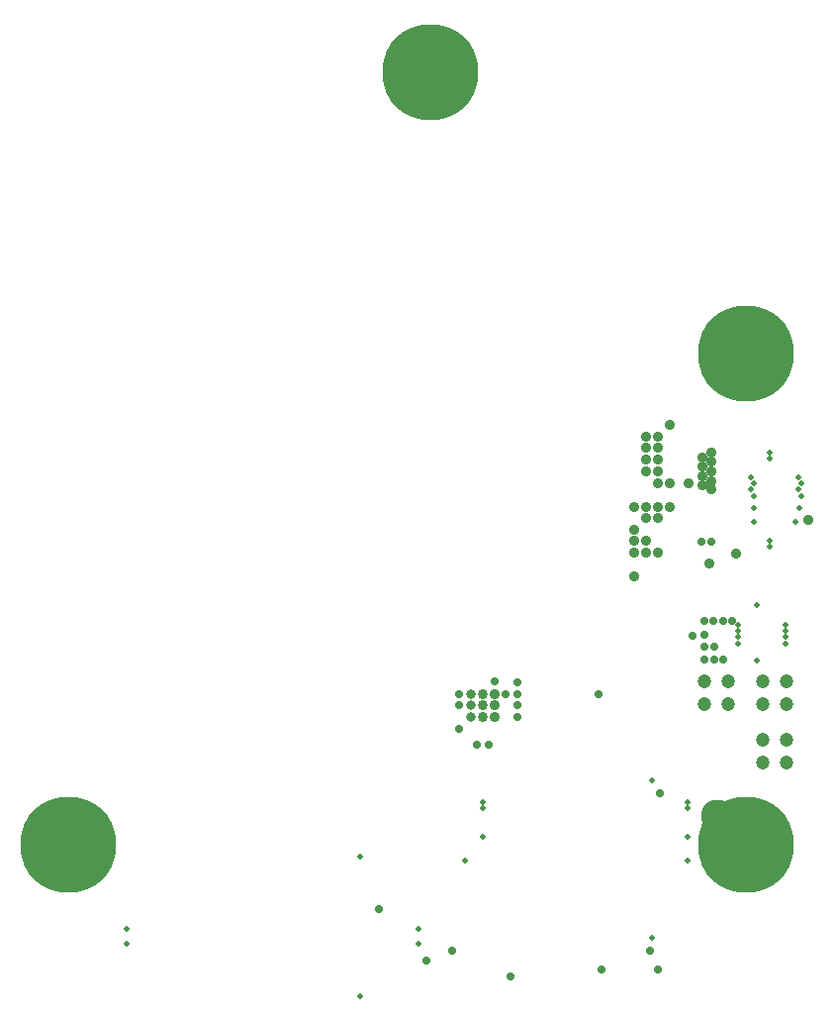
<source format=gts>
G04*
G04 #@! TF.GenerationSoftware,Altium Limited,Altium Designer,20.1.7 (139)*
G04*
G04 Layer_Color=8388736*
%FSLAX43Y43*%
%MOMM*%
G71*
G04*
G04 #@! TF.SameCoordinates,AD239F26-5203-4AEB-AFEB-DC15D5A8AAEF*
G04*
G04*
G04 #@! TF.FilePolarity,Negative*
G04*
G01*
G75*
%ADD11C,0.858*%
%ADD12C,0.808*%
%ADD13C,0.703*%
%ADD14C,0.908*%
%ADD15C,1.203*%
%ADD16C,8.203*%
%ADD17C,2.803*%
%ADD18C,0.503*%
%ADD19C,0.908*%
D11*
X-22500Y11900D02*
D03*
Y12900D02*
D03*
Y10900D02*
D03*
D12*
X-23500Y11900D02*
D03*
Y12900D02*
D03*
Y10900D02*
D03*
D13*
X-22000Y8500D02*
D03*
X-23000D02*
D03*
X-19500Y10900D02*
D03*
Y12900D02*
D03*
Y13900D02*
D03*
Y11900D02*
D03*
X-20500Y12900D02*
D03*
X-24500Y9900D02*
D03*
Y11900D02*
D03*
Y12900D02*
D03*
X-21500Y13950D02*
D03*
X-1900Y15850D02*
D03*
X-3500Y16950D02*
D03*
X-2700D02*
D03*
X-3500Y15850D02*
D03*
X-2700D02*
D03*
X-4500Y17850D02*
D03*
X-1950Y19150D02*
D03*
X-1150D02*
D03*
X-3550D02*
D03*
X-2750D02*
D03*
X-3500Y17950D02*
D03*
X-31350Y-5500D02*
D03*
X-25100Y-9100D02*
D03*
X-8150D02*
D03*
X-12350Y-10700D02*
D03*
X-20100Y-11300D02*
D03*
X-27350Y-9900D02*
D03*
X-7500Y-10650D02*
D03*
X-7300Y4400D02*
D03*
X-12550Y12900D02*
D03*
X-2900Y25900D02*
D03*
X-3750D02*
D03*
D14*
X-21500Y10900D02*
D03*
Y12900D02*
D03*
Y11900D02*
D03*
X5400Y27750D02*
D03*
X-7500Y25000D02*
D03*
X-3100Y24000D02*
D03*
X-9500Y22950D02*
D03*
X-8500Y24950D02*
D03*
Y25950D02*
D03*
X-9500D02*
D03*
Y24950D02*
D03*
Y26950D02*
D03*
X-850Y24900D02*
D03*
D15*
X-1500Y14000D02*
D03*
Y12000D02*
D03*
X1500Y14000D02*
D03*
X3500D02*
D03*
X1500Y12000D02*
D03*
X3500D02*
D03*
X-3500Y14000D02*
D03*
Y12000D02*
D03*
X1500Y9000D02*
D03*
X3500D02*
D03*
X1500Y7000D02*
D03*
X3500D02*
D03*
X3000Y0D02*
D03*
X0Y3000D02*
D03*
X2121Y2121D02*
D03*
Y-2121D02*
D03*
X-2121D02*
D03*
X-3000Y0D02*
D03*
X0Y-3000D02*
D03*
X-61000Y0D02*
D03*
X-58000Y-3000D02*
D03*
X-60121Y-2121D02*
D03*
Y2121D02*
D03*
X-55879D02*
D03*
X-55000Y0D02*
D03*
X-58000Y3000D02*
D03*
X-3000Y42000D02*
D03*
X0Y39000D02*
D03*
X-2121Y39879D02*
D03*
Y44121D02*
D03*
X2121D02*
D03*
X3000Y42000D02*
D03*
X0Y45000D02*
D03*
X-30000Y66000D02*
D03*
X-27000Y63000D02*
D03*
X-29121Y63879D02*
D03*
Y68121D02*
D03*
X-24879D02*
D03*
X-24000Y66000D02*
D03*
X-27000Y69000D02*
D03*
X-55879Y-2121D02*
D03*
X2121Y39879D02*
D03*
X-24879Y63879D02*
D03*
D16*
X-58000Y0D02*
D03*
X0Y42000D02*
D03*
Y0D02*
D03*
X-27000Y66000D02*
D03*
D17*
X-2432Y2432D02*
D03*
D18*
X-600Y18250D02*
D03*
Y17200D02*
D03*
Y17750D02*
D03*
X3400Y18250D02*
D03*
Y17750D02*
D03*
Y17200D02*
D03*
X-600Y18800D02*
D03*
X3400D02*
D03*
X1000Y15750D02*
D03*
Y20500D02*
D03*
X-5000Y650D02*
D03*
X-22500D02*
D03*
X-24000Y-1350D02*
D03*
X-5000D02*
D03*
X-32950Y-1000D02*
D03*
Y-13000D02*
D03*
X-28000Y-8500D02*
D03*
Y-7250D02*
D03*
X-53000D02*
D03*
Y-8500D02*
D03*
X2100Y33500D02*
D03*
Y25500D02*
D03*
X4250Y27550D02*
D03*
X700D02*
D03*
X4600Y28750D02*
D03*
X700D02*
D03*
X4775Y29800D02*
D03*
X4525Y30350D02*
D03*
X500D02*
D03*
X4775Y30850D02*
D03*
X2050Y26000D02*
D03*
Y33000D02*
D03*
X4525Y31400D02*
D03*
X500D02*
D03*
X700Y29800D02*
D03*
Y30850D02*
D03*
X-22500Y3150D02*
D03*
X-5000D02*
D03*
X-22500Y3650D02*
D03*
X-5000D02*
D03*
X-8000Y5500D02*
D03*
Y-8000D02*
D03*
D19*
X-6500Y30900D02*
D03*
Y28900D02*
D03*
X-7500Y27900D02*
D03*
X-8500Y28900D02*
D03*
X-9500D02*
D03*
X-8500Y27900D02*
D03*
X-7500Y28900D02*
D03*
X-7500Y30900D02*
D03*
X-6500Y35900D02*
D03*
X-8500Y31900D02*
D03*
Y33900D02*
D03*
Y32900D02*
D03*
Y34900D02*
D03*
X-7500Y31900D02*
D03*
Y34900D02*
D03*
X-2900Y31100D02*
D03*
Y31950D02*
D03*
X-3700Y31500D02*
D03*
X-2900Y33500D02*
D03*
X-3700Y33100D02*
D03*
X-2900Y30350D02*
D03*
X-3700Y30700D02*
D03*
X-2900Y32750D02*
D03*
X-3700Y32300D02*
D03*
X-4900Y30900D02*
D03*
X-7500Y32900D02*
D03*
Y33900D02*
D03*
M02*

</source>
